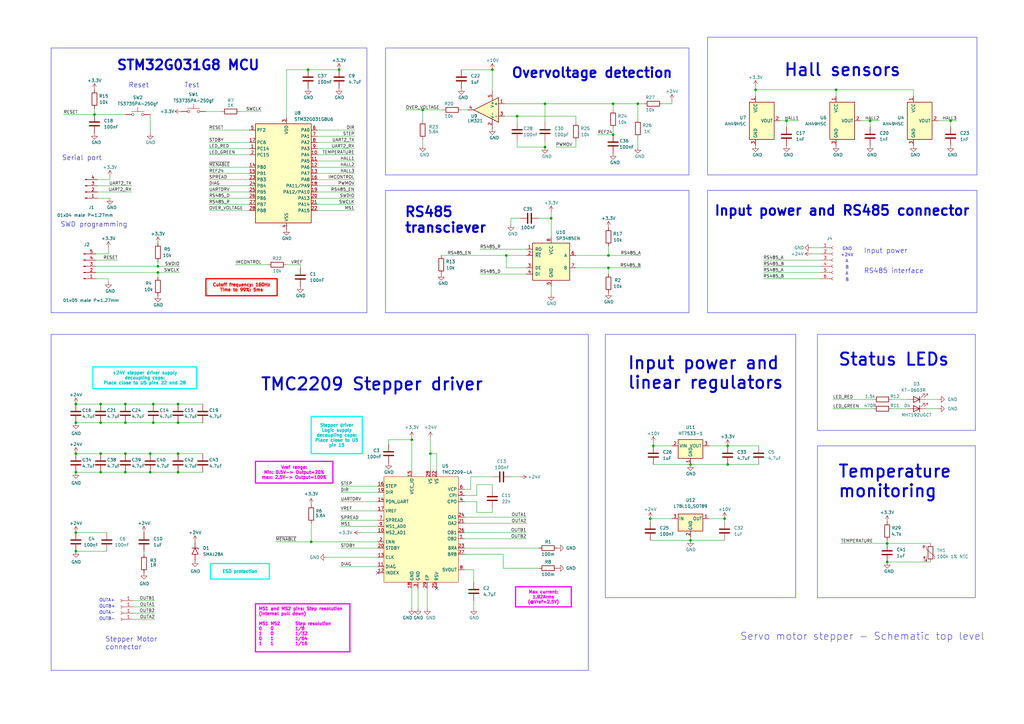
<source format=kicad_sch>
(kicad_sch (version 20230121) (generator eeschema)
  (paper "A3")
  (title_block (title "Servo motor stepper M4 - Schematic top level") (date "2024-04-05") (rev "V2"))
  (junction (at 31.115 186.055))
  (junction (at 38.735 46.99))
  (junction (at 51.435 165.735))
  (junction (at 73.025 186.055))
  (junction (at 389.89 49.53))
  (junction (at 283.21 221.615))
  (junction (at 31.115 193.675))
  (junction (at 298.45 182.88))
  (junction (at 207.645 104.775))
  (junction (at 64.77 111.76))
  (junction (at 173.355 45.085))
  (junction (at 126.365 28.575))
  (junction (at 64.77 109.22))
  (junction (at 251.46 42.545))
  (junction (at 249.555 109.855))
  (junction (at 73.025 173.355))
  (junction (at 168.91 180.34))
  (junction (at 31.115 226.06))
  (junction (at 223.52 60.325))
  (junction (at 139.065 28.575))
  (junction (at 201.93 28.575))
  (junction (at 363.855 230.505))
  (junction (at 61.595 193.675))
  (junction (at 51.435 173.355))
  (junction (at 266.7 212.725))
  (junction (at 61.595 186.055))
  (junction (at 31.115 165.735))
  (junction (at 223.52 42.545))
  (junction (at 62.865 173.355))
  (junction (at 309.88 36.83))
  (junction (at 212.09 47.625))
  (junction (at 51.435 193.675))
  (junction (at 298.45 190.5))
  (junction (at 322.58 49.53))
  (junction (at 31.115 218.44))
  (junction (at 261.62 42.545))
  (junction (at 41.275 173.355))
  (junction (at 363.855 222.885))
  (junction (at 62.865 165.735))
  (junction (at 342.9 36.83))
  (junction (at 297.18 212.725))
  (junction (at 251.46 55.245))
  (junction (at 226.06 89.535))
  (junction (at 283.21 190.5))
  (junction (at 176.53 186.055))
  (junction (at 31.115 173.355))
  (junction (at 249.555 104.775))
  (junction (at 73.025 193.675))
  (junction (at 41.275 165.735))
  (junction (at 127.635 222.25))
  (junction (at 73.025 165.735))
  (junction (at 51.435 186.055))
  (junction (at 267.97 182.88))
  (junction (at 41.275 193.675))
  (junction (at 356.87 49.53))
  (junction (at 41.275 186.055))
  (no_connect (at 154.94 234.95))
  (no_connect (at 179.07 241.3))
  (wire (pts (xy 320.04 49.53) (xy 322.58 49.53)))
  (wire (pts (xy 275.59 42.545) (xy 271.78 42.545)))
  (wire (pts (xy 139.7 209.55) (xy 154.94 209.55)))
  (wire (pts (xy 180.975 104.775) (xy 207.645 104.775)))
  (wire (pts (xy 212.09 47.625) (xy 236.22 47.625)))
  (wire (pts (xy 166.37 45.085) (xy 173.355 45.085)))
  (wire (pts (xy 379.73 163.83) (xy 384.81 163.83)))
  (wire (pts (xy 39.37 109.22) (xy 64.77 109.22)))
  (wire (pts (xy 139.7 205.74) (xy 154.94 205.74)))
  (wire (pts (xy 227.965 60.325) (xy 236.22 60.325)))
  (wire (pts (xy 51.435 173.355) (xy 62.865 173.355)))
  (wire (pts (xy 332.74 104.14) (xy 336.55 104.14)))
  (wire (pts (xy 145.415 71.12) (xy 130.175 71.12)))
  (wire (pts (xy 145.415 78.74) (xy 130.175 78.74)))
  (wire (pts (xy 356.87 49.53) (xy 360.68 49.53)))
  (wire (pts (xy 59.055 226.06) (xy 59.055 227.33)))
  (wire (pts (xy 145.415 63.5) (xy 130.175 63.5)))
  (wire (pts (xy 31.115 173.355) (xy 41.275 173.355)))
  (wire (pts (xy 85.725 81.28) (xy 102.235 81.28)))
  (wire (pts (xy 209.55 89.535) (xy 209.55 92.075)))
  (wire (pts (xy 190.5 214.63) (xy 215.9 214.63)))
  (wire (pts (xy 159.385 182.245) (xy 159.385 180.34)))
  (wire (pts (xy 38.735 46.99) (xy 51.435 46.99)))
  (wire (pts (xy 223.52 60.325) (xy 223.52 57.785)))
  (wire (pts (xy 145.415 53.34) (xy 130.175 53.34)))
  (wire (pts (xy 173.355 45.085) (xy 173.355 49.53)))
  (wire (pts (xy 145.415 76.2) (xy 130.175 76.2)))
  (wire (pts (xy 332.74 101.6) (xy 336.55 101.6)))
  (wire (pts (xy 51.435 193.675) (xy 61.595 193.675)))
  (wire (pts (xy 40.005 78.74) (xy 53.975 78.74)))
  (wire (pts (xy 249.555 100.965) (xy 249.555 104.775)))
  (wire (pts (xy 249.555 104.775) (xy 262.89 104.775)))
  (wire (pts (xy 195.58 210.185) (xy 201.93 210.185)))
  (wire (pts (xy 139.7 213.36) (xy 154.94 213.36)))
  (wire (pts (xy 173.355 45.085) (xy 181.61 45.085)))
  (wire (pts (xy 249.555 109.855) (xy 249.555 112.395)))
  (wire (pts (xy 62.865 165.735) (xy 73.025 165.735)))
  (wire (pts (xy 130.175 58.42) (xy 145.415 58.42)))
  (wire (pts (xy 39.37 104.14) (xy 44.45 104.14)))
  (wire (pts (xy 194.31 249.555) (xy 194.31 246.38)))
  (wire (pts (xy 266.7 212.725) (xy 266.7 213.995)))
  (wire (pts (xy 130.175 60.96) (xy 145.415 60.96)))
  (wire (pts (xy 145.415 68.58) (xy 130.175 68.58)))
  (wire (pts (xy 85.725 76.2) (xy 102.235 76.2)))
  (wire (pts (xy 374.65 39.37) (xy 374.65 36.83)))
  (wire (pts (xy 236.22 109.855) (xy 249.555 109.855)))
  (wire (pts (xy 31.115 165.735) (xy 41.275 165.735)))
  (wire (pts (xy 389.89 49.53) (xy 389.89 52.07)))
  (wire (pts (xy 145.415 55.88) (xy 130.175 55.88)))
  (wire (pts (xy 145.415 73.66) (xy 130.175 73.66)))
  (wire (pts (xy 41.275 165.735) (xy 51.435 165.735)))
  (wire (pts (xy 353.06 49.53) (xy 356.87 49.53)))
  (wire (pts (xy 212.09 47.625) (xy 212.09 50.165)))
  (wire (pts (xy 85.725 58.42) (xy 102.235 58.42)))
  (wire (pts (xy 41.275 186.055) (xy 51.435 186.055)))
  (wire (pts (xy 190.5 220.98) (xy 215.9 220.98)))
  (wire (pts (xy 159.385 180.34) (xy 168.91 180.34)))
  (wire (pts (xy 139.7 199.39) (xy 154.94 199.39)))
  (wire (pts (xy 261.62 56.515) (xy 261.62 60.325)))
  (wire (pts (xy 207.645 104.775) (xy 215.9 104.775)))
  (wire (pts (xy 61.595 193.675) (xy 73.025 193.675)))
  (wire (pts (xy 365.76 163.83) (xy 372.11 163.83)))
  (wire (pts (xy 283.21 221.615) (xy 297.18 221.615)))
  (wire (pts (xy 363.855 222.885) (xy 381.635 222.885)))
  (wire (pts (xy 41.275 193.675) (xy 51.435 193.675)))
  (wire (pts (xy 261.62 42.545) (xy 261.62 48.895)))
  (wire (pts (xy 379.73 167.64) (xy 384.81 167.64)))
  (wire (pts (xy 193.04 195.58) (xy 201.93 195.58)))
  (wire (pts (xy 190.5 203.2) (xy 195.58 203.2)))
  (wire (pts (xy 313.055 109.22) (xy 336.55 109.22)))
  (wire (pts (xy 313.055 106.68) (xy 336.55 106.68)))
  (wire (pts (xy 196.85 102.235) (xy 215.9 102.235)))
  (wire (pts (xy 31.115 186.055) (xy 41.275 186.055)))
  (wire (pts (xy 212.09 57.785) (xy 212.09 60.325)))
  (wire (pts (xy 107.315 45.72) (xy 98.425 45.72)))
  (wire (pts (xy 123.19 108.585) (xy 123.19 109.855)))
  (wire (pts (xy 226.06 89.535) (xy 226.06 97.155)))
  (wire (pts (xy 139.7 201.93) (xy 154.94 201.93)))
  (wire (pts (xy 298.45 190.5) (xy 311.15 190.5)))
  (wire (pts (xy 63.5 254) (xy 54.61 254)))
  (wire (pts (xy 40.005 73.66) (xy 45.085 73.66)))
  (wire (pts (xy 190.5 212.09) (xy 215.9 212.09)))
  (wire (pts (xy 117.475 108.585) (xy 123.19 108.585)))
  (wire (pts (xy 61.595 186.055) (xy 73.025 186.055)))
  (wire (pts (xy 190.5 205.74) (xy 195.58 205.74)))
  (wire (pts (xy 145.415 81.28) (xy 130.175 81.28)))
  (wire (pts (xy 363.855 230.505) (xy 381.635 230.505)))
  (wire (pts (xy 40.005 81.28) (xy 45.085 81.28)))
  (wire (pts (xy 267.97 181.61) (xy 267.97 182.88)))
  (wire (pts (xy 207.645 109.855) (xy 215.9 109.855)))
  (wire (pts (xy 85.725 73.66) (xy 102.235 73.66)))
  (wire (pts (xy 226.06 86.995) (xy 226.06 89.535)))
  (wire (pts (xy 145.415 66.04) (xy 130.175 66.04)))
  (wire (pts (xy 51.435 165.735) (xy 62.865 165.735)))
  (wire (pts (xy 64.77 107.315) (xy 64.77 109.22)))
  (wire (pts (xy 207.01 42.545) (xy 223.52 42.545)))
  (wire (pts (xy 194.31 233.68) (xy 194.31 238.76)))
  (wire (pts (xy 193.04 200.66) (xy 193.04 195.58)))
  (wire (pts (xy 38.735 44.45) (xy 38.735 46.99)))
  (wire (pts (xy 275.59 212.725) (xy 266.7 212.725)))
  (wire (pts (xy 389.89 49.53) (xy 392.43 49.53)))
  (wire (pts (xy 190.5 224.79) (xy 220.98 224.79)))
  (wire (pts (xy 267.97 182.88) (xy 275.59 182.88)))
  (wire (pts (xy 220.98 233.045) (xy 206.375 233.045)))
  (wire (pts (xy 363.855 221.615) (xy 363.855 222.885)))
  (wire (pts (xy 223.52 50.165) (xy 223.52 42.545)))
  (wire (pts (xy 173.355 57.15) (xy 173.355 59.69)))
  (wire (pts (xy 44.45 114.3) (xy 44.45 115.57)))
  (wire (pts (xy 64.77 111.76) (xy 73.66 111.76)))
  (wire (pts (xy 73.025 165.735) (xy 83.185 165.735)))
  (wire (pts (xy 190.5 200.66) (xy 193.04 200.66)))
  (wire (pts (xy 85.725 78.74) (xy 102.235 78.74)))
  (wire (pts (xy 261.62 42.545) (xy 264.16 42.545)))
  (wire (pts (xy 176.53 179.705) (xy 176.53 186.055)))
  (wire (pts (xy 179.07 193.04) (xy 179.07 186.055)))
  (wire (pts (xy 220.98 89.535) (xy 226.06 89.535)))
  (wire (pts (xy 41.275 173.355) (xy 51.435 173.355)))
  (wire (pts (xy 175.26 241.3) (xy 175.26 249.555)))
  (wire (pts (xy 195.58 203.2) (xy 195.58 198.755)))
  (wire (pts (xy 195.58 205.74) (xy 195.58 210.185)))
  (wire (pts (xy 39.37 106.68) (xy 48.26 106.68)))
  (wire (pts (xy 207.01 47.625) (xy 212.09 47.625)))
  (wire (pts (xy 195.58 198.755) (xy 201.93 198.755)))
  (wire (pts (xy 297.18 212.725) (xy 297.18 213.995)))
  (wire (pts (xy 226.06 120.65) (xy 226.06 117.475)))
  (wire (pts (xy 85.725 63.5) (xy 102.235 63.5)))
  (wire (pts (xy 313.055 114.3) (xy 336.55 114.3)))
  (wire (pts (xy 298.45 182.88) (xy 311.15 182.88)))
  (wire (pts (xy 322.58 49.53) (xy 322.58 52.07)))
  (wire (pts (xy 139.7 224.79) (xy 154.94 224.79)))
  (wire (pts (xy 61.595 46.99) (xy 61.595 54.61)))
  (wire (pts (xy 85.725 68.58) (xy 102.235 68.58)))
  (wire (pts (xy 39.37 111.76) (xy 64.77 111.76)))
  (wire (pts (xy 139.7 232.41) (xy 154.94 232.41)))
  (wire (pts (xy 96.52 108.585) (xy 109.855 108.585)))
  (wire (pts (xy 85.725 86.36) (xy 102.235 86.36)))
  (wire (pts (xy 283.21 190.5) (xy 298.45 190.5)))
  (wire (pts (xy 213.36 89.535) (xy 209.55 89.535)))
  (wire (pts (xy 26.035 46.99) (xy 38.735 46.99)))
  (wire (pts (xy 344.805 222.885) (xy 363.855 222.885)))
  (wire (pts (xy 171.45 241.3) (xy 171.45 249.555)))
  (wire (pts (xy 236.22 47.625) (xy 236.22 50.165)))
  (wire (pts (xy 127.635 222.25) (xy 127.635 214.63)))
  (wire (pts (xy 212.09 60.325) (xy 223.52 60.325)))
  (wire (pts (xy 73.025 186.055) (xy 83.185 186.055)))
  (wire (pts (xy 85.725 71.12) (xy 102.235 71.12)))
  (wire (pts (xy 64.77 113.665) (xy 64.77 111.76)))
  (wire (pts (xy 290.83 212.725) (xy 297.18 212.725)))
  (wire (pts (xy 63.5 246.38) (xy 54.61 246.38)))
  (wire (pts (xy 342.9 39.37) (xy 342.9 36.83)))
  (wire (pts (xy 31.115 218.44) (xy 43.815 218.44)))
  (wire (pts (xy 374.65 36.83) (xy 342.9 36.83)))
  (wire (pts (xy 44.45 104.14) (xy 44.45 101.6)))
  (wire (pts (xy 249.555 109.855) (xy 262.89 109.855)))
  (wire (pts (xy 117.475 48.26) (xy 117.475 28.575)))
  (wire (pts (xy 207.645 104.775) (xy 207.645 109.855)))
  (wire (pts (xy 322.58 49.53) (xy 327.66 49.53)))
  (wire (pts (xy 40.005 76.2) (xy 53.975 76.2)))
  (wire (pts (xy 64.77 109.22) (xy 73.66 109.22)))
  (wire (pts (xy 189.23 45.085) (xy 191.77 45.085)))
  (wire (pts (xy 189.23 28.575) (xy 201.93 28.575)))
  (wire (pts (xy 190.5 227.33) (xy 206.375 227.33)))
  (wire (pts (xy 201.93 198.755) (xy 201.93 200.66)))
  (wire (pts (xy 168.91 179.705) (xy 168.91 180.34)))
  (wire (pts (xy 209.55 195.58) (xy 213.36 195.58)))
  (wire (pts (xy 85.725 60.96) (xy 102.235 60.96)))
  (wire (pts (xy 126.365 28.575) (xy 139.065 28.575)))
  (wire (pts (xy 190.5 233.68) (xy 194.31 233.68)))
  (wire (pts (xy 313.055 111.76) (xy 336.55 111.76)))
  (wire (pts (xy 31.115 226.06) (xy 43.815 226.06)))
  (wire (pts (xy 84.455 45.72) (xy 90.805 45.72)))
  (wire (pts (xy 223.52 42.545) (xy 251.46 42.545)))
  (wire (pts (xy 154.94 222.25) (xy 127.635 222.25)))
  (wire (pts (xy 201.93 210.185) (xy 201.93 208.28)))
  (wire (pts (xy 309.88 35.56) (xy 309.88 36.83)))
  (wire (pts (xy 236.22 57.785) (xy 236.22 60.325)))
  (wire (pts (xy 275.59 41.275) (xy 275.59 42.545)))
  (wire (pts (xy 62.865 173.355) (xy 73.025 173.355)))
  (wire (pts (xy 176.53 186.055) (xy 176.53 193.04)))
  (wire (pts (xy 39.37 114.3) (xy 44.45 114.3)))
  (wire (pts (xy 283.21 220.345) (xy 283.21 221.615)))
  (wire (pts (xy 341.63 167.64) (xy 358.14 167.64)))
  (wire (pts (xy 51.435 186.055) (xy 61.595 186.055)))
  (wire (pts (xy 45.085 73.66) (xy 45.085 72.39)))
  (wire (pts (xy 251.46 42.545) (xy 261.62 42.545)))
  (wire (pts (xy 236.22 104.775) (xy 249.555 104.775)))
  (wire (pts (xy 73.025 193.675) (xy 83.185 193.675)))
  (wire (pts (xy 168.91 180.34) (xy 168.91 193.04)))
  (wire (pts (xy 290.83 182.88) (xy 298.45 182.88)))
  (wire (pts (xy 63.5 251.46) (xy 54.61 251.46)))
  (wire (pts (xy 251.46 42.545) (xy 251.46 45.085)))
  (wire (pts (xy 63.5 248.92) (xy 54.61 248.92)))
  (wire (pts (xy 201.93 28.575) (xy 201.93 37.465)))
  (wire (pts (xy 147.955 218.44) (xy 154.94 218.44)))
  (wire (pts (xy 139.7 215.9) (xy 154.94 215.9)))
  (wire (pts (xy 31.115 193.675) (xy 41.275 193.675)))
  (wire (pts (xy 266.7 221.615) (xy 283.21 221.615)))
  (wire (pts (xy 190.5 218.44) (xy 215.9 218.44)))
  (wire (pts (xy 179.07 186.055) (xy 176.53 186.055)))
  (wire (pts (xy 365.76 167.64) (xy 372.11 167.64)))
  (wire (pts (xy 206.375 233.045) (xy 206.375 227.33)))
  (wire (pts (xy 251.46 52.705) (xy 251.46 55.245)))
  (wire (pts (xy 342.9 36.83) (xy 309.88 36.83)))
  (wire (pts (xy 309.88 36.83) (xy 309.88 39.37)))
  (wire (pts (xy 384.81 49.53) (xy 389.89 49.53)))
  (wire (pts (xy 145.415 86.36) (xy 130.175 86.36)))
  (wire (pts (xy 85.725 83.82) (xy 102.235 83.82)))
  (wire (pts (xy 356.87 49.53) (xy 356.87 52.07)))
  (wire (pts (xy 133.985 228.6) (xy 154.94 228.6)))
  (wire (pts (xy 267.97 190.5) (xy 283.21 190.5)))
  (wire (pts (xy 245.11 55.245) (xy 251.46 55.245)))
  (wire (pts (xy 113.03 222.25) (xy 127.635 222.25)))
  (wire (pts (xy 85.725 53.34) (xy 102.235 53.34)))
  (wire (pts (xy 117.475 28.575) (xy 126.365 28.575)))
  (wire (pts (xy 168.91 241.3) (xy 168.91 249.555)))
  (wire (pts (xy 341.63 163.83) (xy 358.14 163.83)))
  (wire (pts (xy 73.025 173.355) (xy 83.185 173.355)))
  (wire (pts (xy 196.85 112.395) (xy 215.9 112.395)))
  (wire (pts (xy 145.415 83.82) (xy 130.175 83.82)))
  (rectangle (start 248.285 137.16) (end 326.39 245.11))
  (rectangle (start 335.28 137.16) (end 400.05 176.53))
  (rectangle (start 20.955 137.16) (end 241.3 274.955))
  (rectangle (start 158.115 19.685) (end 282.575 71.755))
  (rectangle (start 290.195 15.24) (end 400.685 71.755))
  (rectangle (start 20.955 19.685) (end 150.495 128.27))
  (rectangle (start 158.115 78.105) (end 282.575 128.27))
  (rectangle (start 335.28 182.88) (end 400.05 245.11))
  (rectangle (start 290.195 78.105) (end 400.685 128.27))
  (text_box "Cutoff frequency: 160Hz\nTime to 99%: 5ms \n" (at 84.455 114.3 0) (size 29.21 6.985) (stroke (width 0.5) (color 255 0 0 1)) (effects (font (size 1.27 1.27) (thickness 0.4) bold)))
  (text_box "ESD protection" (at 86.36 231.14 0) (size 24.13 6.35) (stroke (width 0.5) (color 0 255 255 1)) (effects (font (size 1.27 1.27) (thickness 0.4) bold)))
  (text_box "Stepper driver Logic supply \ndecoupling caps:\nPlace close to ${e992a181-7c74-45ab-aa5d-70a9a920a271:REFERENCE} pin 15" (at 127.635 170.815 0) (size 20.955 15.24) (stroke (width 0.5) (color 0 255 255 1)) (effects (font (size 1.27 1.27) (thickness 0.4) bold)))
  (text_box "Vref range:\nMin: 0.5V-> Output=20%\nmax: 2.5V-> Output=100%" (at 104.775 189.23 0) (size 31.75 8.89) (stroke (width 0.5) (color 255 0 255 1)) (effects (font (size 1.27 1.27) (thickness 0.4) bold)))
  (text_box "+24V stepper driver supply \ndecoupling caps:\nPlace close to ${e992a181-7c74-45ab-aa5d-70a9a920a271:REFERENCE} pins 22 and 28" (at 38.1 150.495 0) (size 42.545 8.89) (stroke (width 0.5) (color 0 255 255 1)) (effects (font (size 1.27 1.27) (thickness 0.4) bold)))
  (text_box "MS1 and MS2 pins: Step resolution\n(internal pull down)\n\nMS1	MS2		Step resolution\n0	0		1/8\n1	0		1/32\n0	1		1/64\n1	1		1/16\n" (at 104.775 247.65 0) (size 38.735 19.685) (stroke (width 0.5) (color 255 0 255 1)) (effects (font (size 1.27 1.27) (thickness 0.4) bold) (justify left top)))
  (text_box "Max current: 1.92Arms (@Vref=2.5V)\n" (at 211.455 240.665 0) (size 22.86 8.255) (stroke (width 0.5) (color 255 0 255 1)) (effects (font (size 1.27 1.27) (thickness 0.4) bold)))
  (text "Reset" (at 52.705 36.195 0) (effects (font (size 2 2)) (justify left bottom)))
  (text "Test" (at 75.565 36.195 0) (effects (font (size 2 2)) (justify left bottom)))
  (text "B" (at 346.71 115.57 0) (effects (font (size 1.27 1.27)) (justify left bottom)))
  (text "+24V" (at 344.805 105.41 0) (effects (font (size 1.27 1.27)) (justify left bottom)))
  (text "SWD programming" (at 24.765 93.345 0) (effects (font (size 2 2)) (justify left bottom)))
  (text "Serial port" (at 25.4 66.04 0) (effects (font (size 2 2)) (justify left bottom)))
  (text "GND" (at 345.44 102.87 0) (effects (font (size 1.27 1.27)) (justify left bottom)))
  (text "RS485\ntransciever" (at 165.735 95.885 0) (effects (font (size 4 4) (thickness 0.8) bold) (justify left bottom)))
  (text "Input power" (at 354.33 104.14 0) (effects (font (size 2 2)) (justify left bottom)))
  (text "B" (at 346.71 110.49 0) (effects (font (size 1.27 1.27)) (justify left bottom)))
  (text "OUTA+" (at 40.64 247.015 0) (effects (font (size 1.27 1.27)) (justify left bottom)))
  (text "Status LEDs" (at 343.535 150.495 0) (effects (font (size 5 5) (thickness 0.8) bold) (justify left bottom)))
  (text "Overvoltage detection" (at 209.55 32.385 0) (effects (font (size 4 4) (thickness 0.8) bold) (justify left bottom)))
  (text "Input power and\nlinear regulators" (at 257.175 160.02 0) (effects (font (size 5 5) (thickness 0.8) bold) (justify left bottom)))
  (text "A" (at 346.71 107.95 0) (effects (font (size 1.27 1.27)) (justify left bottom)))
  (text "Input power and RS485 connector" (at 292.735 88.9 0) (effects (font (size 4 4) (thickness 0.8) bold) (justify left bottom)))
  (text "A" (at 346.71 113.03 0) (effects (font (size 1.27 1.27)) (justify left bottom)))
  (text "RS485 interface" (at 354.33 112.395 0) (effects (font (size 2 2)) (justify left bottom)))
  (text "Temperature\nmonitoring" (at 343.535 204.47 0) (effects (font (size 5 5) (thickness 0.8) bold) (justify left bottom)))
  (text "OUTA-" (at 40.64 252.095 0) (effects (font (size 1.27 1.27)) (justify left bottom)))
  (text "Servo motor stepper - Schematic top level" (at 303.53 262.89 0) (effects (font (size 3 3)) (justify left bottom)))
  (text "STM32G031G8 MCU" (at 47.625 29.21 0) (effects (font (size 4 4) (thickness 0.8) bold) (justify left bottom)))
  (text "OUTB+" (at 40.64 249.555 0) (effects (font (size 1.27 1.27)) (justify left bottom)))
  (text "OUTB-" (at 40.64 254.635 0) (effects (font (size 1.27 1.27)) (justify left bottom)))
  (text "TMC2209 Stepper driver" (at 106.68 160.655 0) (effects (font (size 5 5) (thickness 0.8) bold) (justify left bottom)))
  (text "Hall sensors" (at 321.31 31.75 0) (effects (font (size 5 5) (thickness 0.8) bold) (justify left bottom)))
  (text "Stepper Motor\nconnector" (at 43.18 266.7 0) (effects (font (size 2 2)) (justify left bottom)))
  (label "DIR" (at 139.7 201.93 0))
  (label "RESET" (at 48.26 106.68 180))
  (label "OUTA1" (at 215.9 212.09 180))
  (label "RS485_EN" (at 145.415 78.74 180))
  (label "~{MENABLE}" (at 85.725 68.58 0))
  (label "SWCLK" (at 73.66 111.76 180))
  (label "UARTDRV" (at 85.725 78.74 0))
  (label "SPREAD" (at 139.7 213.36 0))
  (label "OVER_VOLTAGE" (at 85.725 86.36 0))
  (label "HALL2" (at 360.68 49.53 180))
  (label "OUTB1" (at 215.9 218.44 180))
  (label "OUTA2" (at 63.5 254 180))
  (label "REF24" (at 245.11 55.245 0))
  (label "RS485_R" (at 196.85 102.235 0))
  (label "RS485_EN" (at 183.515 104.775 0))
  (label "DIR" (at 145.415 53.34 180))
  (label "MS1" (at 139.7 215.9 0))
  (label "OUTB2" (at 215.9 220.98 180))
  (label "UARTDRV" (at 139.7 205.74 0))
  (label "LED_GREEN" (at 85.725 63.5 0))
  (label "DIAG" (at 139.7 232.41 0))
  (label "~{MENABLE}" (at 113.03 222.25 0))
  (label "RS485_B" (at 313.055 109.22 0))
  (label "SWCLK" (at 145.415 83.82 180))
  (label "STEP" (at 139.7 199.39 0))
  (label "RS485_A" (at 313.055 106.68 0))
  (label "PWMOV" (at 227.965 60.325 0))
  (label "UART2_RX" (at 53.975 78.74 180))
  (label "RESET" (at 26.035 46.99 0))
  (label "PWMOV" (at 145.415 76.2 180))
  (label "RS485_A" (at 313.055 111.76 0))
  (label "RS485_A" (at 262.89 104.775 180))
  (label "HALL2" (at 145.415 68.58 180))
  (label "LED_RED" (at 85.725 60.96 0))
  (label "OVER_VOLTAGE" (at 166.37 45.085 0))
  (label "VREF" (at 119.38 108.585 0))
  (label "RS485_B" (at 313.055 114.3 0))
  (label "RS485_D" (at 196.85 112.395 0))
  (label "HALL3" (at 145.415 71.12 180))
  (label "STDBY" (at 85.725 58.42 0))
  (label "LED_RED" (at 341.63 163.83 0))
  (label "LED_GREEN" (at 341.63 167.64 0))
  (label "SWCLK" (at 107.315 45.72 180))
  (label "REF24" (at 85.725 71.12 0))
  (label "IMCONTROL" (at 145.415 73.66 180))
  (label "RS485_R" (at 85.725 83.82 0))
  (label "RESET" (at 85.725 53.34 0))
  (label "MS1" (at 145.415 86.36 180))
  (label "SWDIO" (at 73.66 109.22 180))
  (label "UART2_TX" (at 53.975 76.2 180))
  (label "UART2_RX" (at 145.415 60.96 180))
  (label "OUTB2" (at 63.5 251.46 180))
  (label "HALL1" (at 145.415 66.04 180))
  (label "TEMPERATURE" (at 344.805 222.885 0))
  (label "SPREAD" (at 85.725 73.66 0))
  (label "VREF" (at 139.7 209.55 0))
  (label "OUTA1" (at 63.5 248.92 180))
  (label "RS485_B" (at 262.89 109.855 180))
  (label "HALL3" (at 392.43 49.53 180))
  (label "TEMPERATURE" (at 145.415 63.5 180))
  (label "STDBY" (at 139.7 224.79 0))
  (label "IMCONTROL" (at 96.52 108.585 0))
  (label "SWDIO" (at 145.415 81.28 180))
  (label "OUTB1" (at 63.5 246.38 180))
  (label "HALL1" (at 327.66 49.53 180))
  (label "STEP" (at 145.415 55.88 180))
  (label "DIAG" (at 85.725 76.2 0))
  (label "UART2_TX" (at 145.415 58.42 180))
  (label "OUTA2" (at 215.9 214.63 180))
  (label "RS485_D" (at 85.725 81.28 0))
  (symbol (lib_id "power:GND") (at 363.855 230.505 0) (unit 1)
    (property "Reference" "#PWR071" (effects hide))
    (property "Value" "GND" (at 362.585 234.315 0) (effects (justify left)))
  )
  (symbol (lib_id "power:+3.3V") (at 309.88 35.56 0) (unit 1)
    (property "Reference" "#PWR028" (effects hide))
    (property "Value" "+3.3V" (at 309.88 31.75 0))
  )
  (symbol (lib_id "power:+24V") (at 213.36 195.58 270) (unit 1)
    (property "Reference" "#PWR053" (effects hide))
    (property "Value" "+24V" (at 219.075 195.58 90))
  )
  (symbol (lib_id "Device:C") (at 31.115 169.545 0) (unit 1)
    (property "Reference" "C16" (at 33.655 168.275 0) (effects (justify left)))
    (property "Value" "4.7uF" (at 33.655 170.815 0) (effects (justify left)))
    (property "Footprint" "Capacitor_SMD:C_0805_2012Metric" (effects hide))
    (property "LCSC" "C1779" (effects hide))
  )
  (symbol (lib_id "power:GND") (at 31.115 226.06 0) (unit 1)
    (property "Reference" "#PWR01" (effects hide))
    (property "Value" "GND" (at 29.21 230.505 0) (effects (justify left)))
  )
  (symbol (lib_id "power:+3.3V") (at 226.06 86.995 0) (unit 1)
    (property "Reference" "#PWR033" (effects hide))
    (property "Value" "+3.3V" (at 226.06 83.185 0))
  )
  (symbol (lib_id "power:GND") (at 356.87 59.69 0) (unit 1)
    (property "Reference" "#PWR0105" (effects hide))
    (property "Value" "GND" (at 355.6 63.5 0) (effects (justify left)))
  )
  (symbol (lib_id "Device:C") (at 38.735 50.8 0) (unit 1)
    (property "Reference" "C18" (at 42.545 49.5299 0) (effects (justify left)))
    (property "Value" "100nF" (at 42.545 52.0699 0) (effects (justify left)))
    (property "Footprint" "Capacitor_SMD:C_0603_1608Metric" (effects hide))
    (property "LCSC" "C14663" (effects hide))
  )
  (symbol (lib_id "Diode:SMAJ28A") (at 80.01 226.06 270) (unit 1)
    (property "Reference" "D1" (at 83.185 224.79 90) (effects (justify left)))
    (property "Value" "SMAJ28A" (at 83.185 227.33 90) (effects (justify left)))
    (property "Footprint" "Diode_SMD:D_SMA" (effects hide))
    (property "LCSC" "C908775" (effects hide))
  )
  (symbol (lib_id "power:+3.3V") (at 139.065 28.575 0) (unit 1)
    (property "Reference" "#PWR07" (effects hide))
    (property "Value" "+3.3V" (at 139.065 24.765 0))
  )
  (symbol (lib_id "power:+3.3V") (at 298.45 182.88 0) (unit 1)
    (property "Reference" "#PWR060" (effects hide))
    (property "Value" "+3.3V" (at 298.45 179.07 0))
  )
  (symbol (lib_id "Sensor_Magnetic:A1101ELHL") (at 312.42 49.53 0) (unit 1)
    (property "Reference" "U7" (at 306.07 48.2599 0) (effects (justify right)))
    (property "Value" "AH49HSC" (at 306.07 50.7999 0) (effects (justify right)))
    (property "Footprint" "Package_TO_SOT_SMD:SOT-23" (effects hide))
    (property "Sim.Enable" "0" (effects hide))
    (property "LCSC" "C510723" (effects hide))
  )
  (symbol (lib_id "power:GND") (at 322.58 59.69 0) (unit 1)
    (property "Reference" "#PWR0110" (effects hide))
    (property "Value" "GND" (at 321.31 63.5 0) (effects (justify left)))
  )
  (symbol (lib_id "power:GND") (at 309.88 59.69 0) (unit 1)
    (property "Reference" "#PWR0108" (effects hide))
    (property "Value" "GND" (at 308.61 63.5 0) (effects (justify left)))
  )
  (symbol (lib_id "power:GND") (at 384.81 163.83 90) (unit 1)
    (property "Reference" "#PWR030" (effects hide))
    (property "Value" "GND" (at 388.62 163.8299 90) (effects (justify right)))
  )
  (symbol (lib_id "Device:R") (at 113.665 108.585 90) (unit 1)
    (property "Reference" "R22" (at 113.665 106.045 90))
    (property "Value" "10k" (at 113.665 111.125 90))
    (property "Footprint" "Resistor_SMD:R_0402_1005Metric" (effects hide))
    (property "LCSC" "C25744" (effects hide))
  )
  (symbol (lib_id "power:+3.3V") (at 147.955 218.44 90) (unit 1)
    (property "Reference" "#PWR022" (effects hide))
    (property "Value" "+3.3V" (at 141.605 218.44 90))
  )
  (symbol (lib_id "Sensor_Magnetic:A1101ELHL") (at 377.19 49.53 0) (unit 1)
    (property "Reference" "U4" (at 370.84 48.2599 0) (effects (justify right)))
    (property "Value" "AH49HSC" (at 370.84 50.7999 0) (effects (justify right)))
    (property "Footprint" "Package_TO_SOT_SMD:SOT-23" (effects hide))
    (property "Sim.Enable" "0" (effects hide))
    (property "LCSC" "C510723" (effects hide))
  )
  (symbol (lib_id "Device:R") (at 224.79 224.79 270) (unit 1)
    (property "Reference" "R1" (at 224.79 222.25 90))
    (property "Value" "100m" (at 224.79 227.33 90))
    (property "Footprint" "Resistor_SMD:R_1210_3225Metric" (effects hide))
    (property "LCSC" "C270892" (effects hide))
  )
  (symbol (lib_id "power:GND") (at 123.19 117.475 0) (unit 1)
    (property "Reference" "#PWR038" (effects hide))
    (property "Value" "GND" (at 121.285 121.285 0) (effects (justify left)))
  )
  (symbol (lib_id "Device:C") (at 201.93 204.47 0) (mirror y) (unit 1)
    (property "Reference" "C11" (at 209.55 203.2 0) (effects (justify left)))
    (property "Value" "22n" (at 209.55 205.74 0) (effects (justify left)))
    (property "Footprint" "Capacitor_SMD:C_0402_1005Metric" (effects hide))
    (property "LCSC" "C1532" (effects hide))
  )
  (symbol (lib_id "power:+3.3V") (at 38.735 36.83 0) (unit 1)
    (property "Reference" "#PWR035" (effects hide))
    (property "Value" "+3.3V" (at 38.735 33.02 0))
  )
  (symbol (lib_id "power:GND") (at 249.555 120.015 0) (unit 1)
    (property "Reference" "#PWR018" (effects hide))
    (property "Value" "GND" (at 247.65 123.825 0) (effects (justify left)))
  )
  (symbol (lib_id "power:GND") (at 283.21 221.615 0) (unit 1)
    (property "Reference" "#PWR055" (effects hide))
    (property "Value" "GND" (at 281.305 225.425 0) (effects (justify left)))
  )
  (symbol (lib_id "power:GND") (at 64.77 121.285 0) (unit 1)
    (property "Reference" "#PWR09" (effects hide))
    (property "Value" "GND" (at 62.865 125.095 0) (effects (justify left)))
  )
  (symbol (lib_id "power:GND") (at 223.52 60.325 0) (unit 1)
    (property "Reference" "#PWR058" (effects hide))
    (property "Value" "GND" (at 222.25 64.135 0) (effects (justify left)))
  )
  (symbol (lib_id "power:+3.3V") (at 168.91 179.705 0) (unit 1)
    (property "Reference" "#PWR016" (effects hide))
    (property "Value" "+3.3V" (at 168.91 175.26 0))
  )
  (symbol (lib_id "power:GND") (at 228.6 224.79 90) (unit 1)
    (property "Reference" "#PWR037" (effects hide))
    (property "Value" "GND" (at 236.22 224.79 90) (effects (justify left)))
  )
  (symbol (lib_id "power:+24V") (at 31.115 165.735 0) (unit 1)
    (property "Reference" "#PWR042" (effects hide))
    (property "Value" "+24V" (at 31.115 161.925 0))
  )
  (symbol (lib_id "Device:C") (at 31.115 189.865 0) (unit 1)
    (property "Reference" "C34" (at 33.655 188.595 0) (effects (justify left)))
    (property "Value" "4.7uF" (at 33.655 191.135 0) (effects (justify left)))
    (property "Footprint" "Capacitor_SMD:C_0805_2012Metric" (effects hide))
    (property "LCSC" "C1779" (effects hide))
  )
  (symbol (lib_id "power:GND") (at 189.23 36.195 0) (unit 1)
    (property "Reference" "#PWR044" (effects hide))
    (property "Value" "GND" (at 187.96 40.005 0) (effects (justify left)))
  )
  (symbol (lib_id "Device:R") (at 249.555 116.205 180) (unit 1)
    (property "Reference" "R2" (at 253.365 114.935 0))
    (property "Value" "10k" (at 253.365 117.475 0))
    (property "Footprint" "Resistor_SMD:R_0402_1005Metric" (effects hide))
    (property "LCSC" "C25744" (effects hide))
  )
  (symbol (lib_id "power:+24V") (at 266.7 212.725 0) (unit 1)
    (property "Reference" "#PWR047" (effects hide))
    (property "Value" "+24V" (at 266.7 208.915 0))
  )
  (symbol (lib_name "L78L10_SOT89_1") (lib_id "Regulator_Linear:L78L10_SOT89") (at 283.21 212.725 0) (unit 1)
    (property "Reference" "U12" (at 283.21 205.105 0))
    (property "Value" "L78L10_SOT89" (at 283.21 207.645 0))
    (property "Footprint" "Package_TO_SOT_SMD:SOT-89-3" (effects hide))
    (property "Datasheet" "http://www.st.com/content/ccc/resource/technical/document/datasheet/15/55/e5/aa/23/5b/43/fd/CD00000446.pdf/files/CD00000446.pdf/jcr:content/translations/en.CD00000446.pdf" (effects hide))
    (property "LCSC" "C122848" (effects hide))
    (property "Sim.Enable" "0" (effects hide))
  )
  (symbol (lib_id "Device:LED") (at 375.92 167.64 180) (unit 1)
    (property "Reference" "D4" (at 372.11 166.37 0))
    (property "Value" "MHT192UGCT" (at 375.92 170.18 0))
    (property "Footprint" "LED_SMD:LED_0603_1608Metric" (effects hide))
    (property "Sim.Enable" "0" (effects hide))
    (property "LCSC" "C389519" (effects hide))
  )
  (symbol (lib_id "power:GND") (at 133.985 228.6 270) (unit 1)
    (property "Reference" "#PWR08" (effects hide))
    (property "Value" "GND" (at 127 228.6 90) (effects (justify left)))
  )
  (symbol (lib_id "power:GND") (at 44.45 115.57 0) (unit 1)
    (property "Reference" "#PWR05" (effects hide))
    (property "Value" "GND" (at 43.18 119.38 0) (effects (justify left)))
  )
  (symbol (lib_id "Device:C") (at 189.23 32.385 0) (unit 1)
    (property "Reference" "C22" (at 193.04 31.1149 0) (effects (justify left)))
    (property "Value" "1uF" (at 193.04 33.6549 0) (effects (justify left)))
    (property "Footprint" "Capacitor_SMD:C_0603_1608Metric" (effects hide))
    (property "LCSC" "C15849" (effects hide))
  )
  (symbol (lib_id "power:GND") (at 173.355 59.69 0) (unit 1)
    (property "Reference" "#PWR049" (effects hide))
    (property "Value" "GND" (at 172.085 63.5 0) (effects (justify left)))
  )
  (symbol (lib_id "power:GND") (at 117.475 93.98 0) (unit 1)
    (property "Reference" "#PWR029" (effects hide))
    (property "Value" "GND" (at 115.57 97.79 0) (effects (justify left)))
  )
  (symbol (lib_id "Device:R") (at 173.355 53.34 180) (unit 1)
    (property "Reference" "R23" (at 177.8 52.07 0))
    (property "Value" "5.6k" (at 177.8 53.975 0))
    (property "Footprint" "Resistor_SMD:R_0402_1005Metric" (effects hide))
    (property "LCSC" "C25908" (effects hide))
  )
  (symbol (lib_id "power:GND") (at 139.065 36.195 0) (unit 1)
    (property "Reference" "#PWR021" (effects hide))
    (property "Value" "GND" (at 137.16 40.005 0) (effects (justify left)))
  )
  (symbol (lib_id "Device:C") (at 59.055 222.25 0) (unit 1)
    (property "Reference" "C10" (at 62.865 220.9799 0) (effects (justify left)))
    (property "Value" "1uF" (at 62.865 223.5199 0) (effects (justify left)))
    (property "Footprint" "Capacitor_SMD:C_0603_1608Metric" (effects hide))
    (property "LCSC" "C15849" (effects hide))
  )
  (symbol (lib_id "Regulator_Linear:HT75xx-1-SOT89") (at 283.21 185.42 0) (unit 1)
    (property "Reference" "U11" (at 283.21 175.26 0))
    (property "Value" "HT7533-1" (at 283.21 177.8 0))
    (property "Footprint" "Package_TO_SOT_SMD:SOT-89-3" (effects hide))
    (property "Sim.Enable" "0" (effects hide))
    (property "LCSC" "C14289" (effects hide))
  )
  (symbol (lib_id "Device:C") (at 205.74 195.58 90) (unit 1)
    (property "Reference" "C13" (at 207.645 189.23 90) (effects (justify left)))
    (property "Value" "100nF" (at 208.915 191.77 90) (effects (justify left)))
    (property "Footprint" "Capacitor_SMD:C_0603_1608Metric" (effects hide))
    (property "LCSC" "C14663" (effects hide))
  )
  (symbol (lib_id "Device:C") (at 311.15 186.69 0) (unit 1)
    (property "Reference" "C5" (at 314.96 185.4199 0) (effects (justify left)))
    (property "Value" "4.7uF" (at 314.96 187.9599 0) (effects (justify left)))
    (property "Footprint" "Capacitor_SMD:C_0805_2012Metric" (effects hide))
    (property "LCSC" "C1779" (effects hide))
  )
  (symbol (lib_id "Device:R") (at 361.95 167.64 90) (unit 1)
    (property "Reference" "R11" (at 367.03 166.37 90))
    (property "Value" "470R" (at 356.87 166.37 90))
    (property "Footprint" "Resistor_SMD:R_0402_1005Metric" (effects hide))
    (property "LCSC" "C25117" (effects hide))
  )
  (symbol (lib_id "power:GND") (at 38.735 54.61 0) (unit 1)
    (property "Reference" "#PWR036" (effects hide))
    (property "Value" "GND" (at 37.465 58.42 0) (effects (justify left)))
  )
  (symbol (lib_id "power:GND") (at 61.595 54.61 0) (unit 1)
    (property "Reference" "#PWR039" (effects hide))
    (property "Value" "GND" (at 59.69 58.42 0) (effects (justify left)))
  )
  (symbol (lib_id "power:+24V") (at 80.01 222.25 0) (unit 1)
    (property "Reference" "#PWR017" (effects hide))
    (property "Value" "+24V" (at 80.01 218.44 0))
  )
  (symbol (lib_id "power:GND") (at 126.365 36.195 0) (unit 1)
    (property "Reference" "#PWR027" (effects hide))
    (property "Value" "GND" (at 124.46 40.005 0) (effects (justify left)))
  )
  (symbol (lib_id "Connector:Conn_01x01_Socket") (at 49.53 246.38 180) (unit 1) (in_bom no)
    (property "Reference" "J8" (effects hide))
    (property "Value" "Conn_01x01_Socket" (effects hide))
    (property "Footprint" "servo_motor:Pad_3mm_TopOnly" (effects hide))
  )
  (symbol (lib_id "Device:C") (at 159.385 186.055 0) (unit 1)
    (property "Reference" "C3" (at 153.035 184.785 0) (effects (justify left)))
    (property "Value" "100nF" (at 150.495 187.325 0) (effects (justify left)))
    (property "Footprint" "Capacitor_SMD:C_0603_1608Metric" (effects hide))
    (property "LCSC" "C14663" (effects hide))
  )
  (symbol (lib_id "Device:C") (at 251.46 59.055 0) (unit 1)
    (property "Reference" "C36" (at 254 57.785 0) (effects (justify left)))
    (property "Value" "100nF" (at 254 60.325 0) (effects (justify left)))
    (property "Footprint" "Capacitor_SMD:C_0603_1608Metric" (effects hide))
    (property "LCSC" "C14663" (effects hide))
  )
  (symbol (lib_id "Device:R") (at 127.635 210.82 180) (unit 1)
    (property "Reference" "R6" (at 130.81 209.55 0))
    (property "Value" "5.6k" (at 131.445 211.455 0))
    (property "Footprint" "Resistor_SMD:R_0402_1005Metric" (effects hide))
    (property "LCSC" "C25908" (effects hide))
  )
  (symbol (lib_id "power:GND") (at 171.45 249.555 0) (unit 1)
    (property "Reference" "#PWR012" (effects hide))
    (property "Value" "GND" (at 169.545 253.365 0) (effects (justify left)))
  )
  (symbol (lib_id "Device:C") (at 217.17 89.535 90) (unit 1)
    (property "Reference" "C35" (at 218.44 85.725 90) (effects (justify left)))
    (property "Value" "100nF" (at 219.71 93.345 90) (effects (justify left)))
    (property "Footprint" "Capacitor_SMD:C_0603_1608Metric" (effects hide))
    (property "LCSC" "C14663" (effects hide))
  )
  (symbol (lib_id "power:+10V") (at 201.93 28.575 0) (unit 1)
    (property "Reference" "#PWR050" (effects hide))
    (property "Value" "+10V" (at 201.93 24.765 0))
  )
  (symbol (lib_id "power:GND") (at 389.89 59.69 0) (unit 1)
    (property "Reference" "#PWR0106" (effects hide))
    (property "Value" "GND" (at 388.62 63.5 0) (effects (justify left)))
  )
  (symbol (lib_id "Device:R") (at 361.95 163.83 90) (unit 1)
    (property "Reference" "R12" (at 367.03 162.56 90))
    (property "Value" "1.5k" (at 356.87 162.56 90))
    (property "Footprint" "Resistor_SMD:R_0402_1005Metric" (effects hide))
    (property "LCSC" "C25867" (effects hide))
  )
  (symbol (lib_id "Connector:Conn_01x04_Pin") (at 34.925 78.74 0) (mirror x) (unit 1) (in_bom no)
    (property "Reference" "J1" (at 37.465 85.09 0))
    (property "Value" "01x04 male P=1.27mm" (at 34.925 88.265 0))
    (property "Footprint" "Connector_PinHeader_1.27mm:PinHeader_1x04_P1.27mm_Vertical" (effects hide))
  )
  (symbol (lib_id "power:GND") (at 332.74 101.6 270) (mirror x) (unit 1)
    (property "Reference" "#PWR020" (effects hide))
    (property "Value" "GND" (at 325.755 101.6 90) (effects (justify left)))
  )
  (symbol (lib_id "Device:R") (at 267.97 42.545 270) (unit 1)
    (property "Reference" "R27" (at 266.7 40.005 90))
    (property "Value" "10k" (at 266.7 45.085 90))
    (property "Footprint" "Resistor_SMD:R_0402_1005Metric" (effects hide))
    (property "LCSC" "C25744" (effects hide))
  )
  (symbol (lib_id "power:+3.3V") (at 45.085 72.39 0) (unit 1)
    (property "Reference" "#PWR02" (effects hide))
    (property "Value" "+3.3V" (at 45.085 68.58 0))
  )
  (symbol (lib_id "Connector:Conn_01x06_Socket") (at 341.63 106.68 0) (unit 1)
    (property "Reference" "J4" (at 339.09 97.79 0) (effects (justify left)))
    (property "Value" "Conn_01x06_Socket" (effects hide))
    (property "Footprint" "servo_motor:PinSocket_1x06_P5mm_Vertical" (effects hide))
  )
  (symbol (lib_id "power:+3.3V") (at 64.77 99.695 0) (unit 1)
    (property "Reference" "#PWR010" (effects hide))
    (property "Value" "+3.3V" (at 64.77 95.885 0))
  )
  (symbol (lib_id "Device:R") (at 64.77 117.475 180) (unit 1)
    (property "Reference" "R4" (at 60.96 116.205 0))
    (property "Value" "10k" (at 60.96 118.745 0))
    (property "Footprint" "Resistor_SMD:R_0402_1005Metric" (effects hide))
    (property "LCSC" "C25744" (effects hide))
  )
  (symbol (lib_id "Device:C") (at 298.45 186.69 0) (unit 1)
    (property "Reference" "C33" (at 302.26 185.4199 0) (effects (justify left)))
    (property "Value" "4.7uF" (at 302.26 187.9599 0) (effects (justify left)))
    (property "Footprint" "Capacitor_SMD:C_0805_2012Metric" (effects hide))
    (property "LCSC" "C1779" (effects hide))
  )
  (symbol (lib_id "power:+24V") (at 176.53 179.705 0) (unit 1)
    (property "Reference" "#PWR056" (effects hide))
    (property "Value" "+24V" (at 176.53 175.26 0))
  )
  (symbol (lib_id "Connector:Conn_01x01_Socket") (at 49.53 251.46 180) (unit 1) (in_bom no)
    (property "Reference" "J3" (effects hide))
    (property "Value" "Conn_01x01_Socket" (effects hide))
    (property "Footprint" "servo_motor:Pad_3mm_TopOnly" (effects hide))
  )
  (symbol (lib_id "power:GND") (at 384.81 167.64 90) (unit 1)
    (property "Reference" "#PWR031" (effects hide))
    (property "Value" "GND" (at 388.62 167.6399 90) (effects (justify right)))
  )
  (symbol (lib_id "Interface_UART:SP3485EN") (at 226.06 107.315 0) (unit 1)
    (property "Reference" "U10" (at 228.0159 95.25 0) (effects (justify left)))
    (property "Value" "SP3485EN" (at 228.0159 97.79 0) (effects (justify left)))
    (property "Footprint" "Package_SO:SOIC-8_3.9x4.9mm_P1.27mm" (effects hide))
    (property "Datasheet" "http://www.icbase.com/pdf/SPX/SPX00480106.pdf" (effects hide))
    (property "LCSC" "C8963" (effects hide))
  )
  (symbol (lib_id "Device:C") (at 194.31 242.57 0) (unit 1)
    (property "Reference" "C2" (at 198.12 241.2999 0) (effects (justify left)))
    (property "Value" "4.7uF" (at 198.12 243.8399 0) (effects (justify left)))
    (property "Footprint" "Capacitor_SMD:C_0805_2012Metric" (effects hide))
    (property "LCSC" "C1779" (effects hide))
  )
  (symbol (lib_id "Device:R") (at 185.42 45.085 270) (unit 1)
    (property "Reference" "R20" (at 184.15 42.545 90))
    (property "Value" "10k" (at 184.15 47.625 90))
    (property "Footprint" "Resistor_SMD:R_0402_1005Metric" (effects hide))
    (property "LCSC" "C25744" (effects hide))
  )
  (symbol (lib_id "Device:R") (at 59.055 231.14 180) (unit 1)
    (property "Reference" "R3" (at 62.865 229.87 0))
    (property "Value" "1R" (at 62.865 231.775 0))
    (property "Footprint" "Resistor_SMD:R_0805_2012Metric" (effects hide))
    (property "LCSC" "C25271" (effects hide))
  )
  (symbol (lib_id "power:+24V") (at 31.115 186.055 0) (unit 1)
    (property "Reference" "#PWR045" (effects hide))
    (property "Value" "+24V" (at 31.115 182.245 0))
  )
  (symbol (lib_id "Device:C") (at 41.275 189.865 0) (unit 1)
    (property "Reference" "C38" (at 43.815 188.595 0) (effects (justify left)))
    (property "Value" "4.7uF" (at 43.815 191.135 0) (effects (justify left)))
    (property "Footprint" "Capacitor_SMD:C_0805_2012Metric" (effects hide))
    (property "LCSC" "C1779" (effects hide))
  )
  (symbol (lib_id "Device:Thermistor_NTC") (at 381.635 226.695 0) (unit 1)
    (property "Reference" "TH1" (at 384.175 225.7424 0) (effects (justify left)))
    (property "Value" "100k 1% NTC" (at 384.175 228.2824 0) (effects (justify left)))
    (property "Footprint" "Resistor_SMD:R_0402_1005Metric" (effects hide))
    (property "Sim.Enable" "0" (effects hide))
    (property "LCSC" "C236279" (effects hide))
  )
  (symbol (lib_id "power:GND") (at 342.9 59.69 0) (unit 1)
    (property "Reference" "#PWR0107" (effects hide))
    (property "Value" "GND" (at 341.63 63.5 0) (effects (justify left)))
  )
  (symbol (lib_id "Device:C") (at 266.7 217.805 0) (unit 1)
    (property "Reference" "C25" (at 270.51 216.5349 0) (effects (justify left)))
    (property "Value" "100nF" (at 270.51 219.0749 0) (effects (justify left)))
    (property "Footprint" "Capacitor_SMD:C_0603_1608Metric" (effects hide))
    (property "LCSC" "C14663" (effects hide))
  )
  (symbol (lib_id "Device:C") (at 73.025 169.545 0) (unit 1)
    (property "Reference" "C15" (at 75.565 168.275 0) (effects (justify left)))
    (property "Value" "4.7uF" (at 75.565 170.815 0) (effects (justify left)))
    (property "Footprint" "Capacitor_SMD:C_0805_2012Metric" (effects hide))
    (property "LCSC" "C1779" (effects hide))
  )
  (symbol (lib_id "power:GND") (at 226.06 120.65 0) (unit 1)
    (property "Reference" "#PWR034" (effects hide))
    (property "Value" "GND" (at 224.155 124.46 0) (effects (justify left)))
  )
  (symbol (lib_id "power:GND") (at 31.115 193.675 0) (unit 1)
    (property "Reference" "#PWR061" (effects hide))
    (property "Value" "GND" (at 29.21 198.12 0) (effects (justify left)))
  )
  (symbol (lib_id "power:+3.3V") (at 363.855 213.995 0) (unit 1)
    (property "Reference" "#PWR070" (effects hide))
    (property "Value" "+3.3V" (at 363.855 210.185 0))
  )
  (symbol (lib_id "Connector:Conn_01x01_Socket") (at 49.53 254 180) (unit 1) (in_bom no)
    (property "Reference" "J6" (effects hide))
    (property "Value" "Conn_01x01_Socket" (effects hide))
    (property "Footprint" "servo_motor:Pad_3mm_TopOnly" (effects hide))
  )
  (symbol (lib_id "Connector:Conn_01x05_Pin") (at 34.29 109.22 0) (mirror x) (unit 1) (in_bom no)
    (property "Reference" "J2" (at 36.83 100.33 0) (effects (justify right)))
    (property "Value" "01x05 male P=1.27mm" (at 48.895 123.19 0) (effects (justify right)))
    (property "Footprint" "Connector_PinHeader_1.27mm:PinHeader_1x05_P1.27mm_Vertical" (effects hide))
  )
  (symbol (lib_id "power:GND") (at 159.385 189.865 0) (unit 1)
    (property "Reference" "#PWR057" (effects hide))
    (property "Value" "GND" (at 157.48 193.675 0) (effects (justify left)))
  )
  (symbol (lib_id "Device:C") (at 123.19 113.665 0) (unit 1)
    (property "Reference" "C1" (at 127 112.3949 0) (effects (justify left)))
    (property "Value" "100nF" (at 127 114.9349 0) (effects (justify left)))
    (property "Footprint" "Capacitor_SMD:C_0603_1608Metric" (effects hide))
    (property "LCSC" "C14663" (effects hide))
  )
  (symbol (lib_id "Device:C") (at 356.87 55.88 0) (unit 1)
    (property "Reference" "C20" (at 360.68 54.6099 0) (effects (justify left)))
    (property "Value" "1nF" (at 360.68 57.1499 0) (effects (justify left)))
    (property "Footprint" "Capacitor_SMD:C_0402_1005Metric" (effects hide))
    (property "LCSC" "C1523" (effects hide))
  )
  (symbol (lib_id "Device:R") (at 261.62 52.705 0) (unit 1)
    (property "Reference" "R26" (at 265.43 51.435 0))
    (property "Value" "1K" (at 265.43 53.975 0))
    (property "Footprint" "Resistor_SMD:R_0402_1005Metric" (effects hide))
    (property "LCSC" "C11702" (effects hide))
  )
  (symbol (lib_id "Device:R") (at 363.855 217.805 180) (unit 1)
    (property "Reference" "R29" (at 367.665 216.535 0))
    (property "Value" "4.7k" (at 367.665 219.075 0))
    (property "Footprint" "Resistor_SMD:R_0402_1005Metric" (effects hide))
    (property "LCSC" "C25900" (effects hide))
  )
  (symbol (lib_id "Device:R") (at 251.46 48.895 180) (unit 1)
    (property "Reference" "R24" (at 255.27 47.625 0))
    (property "Value" "10k" (at 255.27 50.165 0))
    (property "Footprint" "Resistor_SMD:R_0402_1005Metric" (effects hide))
    (property "LCSC" "C25744" (effects hide))
  )
  (symbol (lib_id "power:GND") (at 31.115 173.355 0) (unit 1)
    (property "Reference" "#PWR043" (effects hide))
    (property "Value" "GND" (at 29.21 177.8 0) (effects (justify left)))
  )
  (symbol (lib_id "Device:C") (at 223.52 53.975 0) (unit 1)
    (property "Reference" "C30" (at 227.33 52.7049 0) (effects (justify left)))
    (property "Value" "100pF" (at 227.33 55.2449 0) (effects (justify left)))
    (property "Footprint" "Capacitor_SMD:C_0603_1608Metric" (effects hide))
    (property "LCSC" "C14858" (effects hide))
  )
  (symbol (lib_id "power:+3.3V") (at 44.45 101.6 0) (unit 1)
    (property "Reference" "#PWR06" (effects hide))
    (property "Value" "+3.3V" (at 44.45 97.79 0))
  )
  (symbol (lib_id "power:GND") (at 283.21 190.5 0) (unit 1)
    (property "Reference" "#PWR054" (effects hide))
    (property "Value" "GND" (at 281.305 194.31 0) (effects (justify left)))
  )
  (symbol (lib_id "Device:R") (at 64.77 103.505 180) (unit 1)
    (property "Reference" "R5" (at 68.58 102.235 0))
    (property "Value" "10k" (at 68.58 104.775 0))
    (property "Footprint" "Resistor_SMD:R_0402_1005Metric" (effects hide))
    (property "LCSC" "C25744" (effects hide))
  )
  (symbol (lib_id "power:GND") (at 261.62 60.325 0) (unit 1)
    (property "Reference" "#PWR062" (effects hide))
    (property "Value" "GND" (at 260.35 64.135 0) (effects (justify left)))
  )
  (symbol (lib_id "Device:C") (at 389.89 55.88 0) (unit 1)
    (property "Reference" "C23" (at 393.7 54.6099 0) (effects (justify left)))
    (property "Value" "1nF" (at 393.7 57.1499 0) (effects (justify left)))
    (property "Footprint" "Capacitor_SMD:C_0402_1005Metric" (effects hide))
    (property "LCSC" "C1523" (effects hide))
  )
  (symbol (lib_id "power:+3.3V") (at 249.555 93.345 0) (unit 1)
    (property "Reference" "#PWR025" (effects hide))
    (property "Value" "+3.3V" (at 249.555 89.535 0))
  )
  (symbol (lib_id "power:+10V") (at 297.18 212.725 0) (unit 1)
    (property "Reference" "#PWR059" (effects hide))
    (property "Value" "+10V" (at 297.18 208.915 0))
  )
  (symbol (lib_id "power:GND") (at 180.975 112.395 0) (unit 1)
    (property "Reference" "#PWR024" (effects hide))
    (property "Value" "GND" (at 179.705 116.205 0) (effects (justify left)))
  )
  (symbol (lib_id "Switch:SW_Push") (at 79.375 45.72 0) (unit 1)
    (property "Reference" "SW1" (at 79.375 38.735 0))
    (property "Value" "TS3735PA-250gf" (at 79.375 41.275 0))
    (property "Footprint" "servo_motor:TS3735PA-250gf" (effects hide))
    (property "LCSC" "C393946" (effects hide))
  )
  (symbol (lib_id "Device:C") (at 61.595 189.865 0) (unit 1)
    (property "Reference" "C40" (at 64.135 188.595 0) (effects (justify left)))
    (property "Value" "4.7uF" (at 64.135 191.135 0) (effects (justify left)))
    (property "Footprint" "Capacitor_SMD:C_0805_2012Metric" (effects hide))
    (property "LCSC" "C1779" (effects hide))
  )
  (symbol (lib_id "power:GND") (at 228.6 233.045 90) (unit 1)
    (property "Reference" "#PWR041" (effects hide))
    (property "Value" "GND" (at 236.22 233.045 90) (effects (justify left)))
  )
  (symbol (lib_id "Device:C") (at 363.855 226.695 0) (unit 1)
    (property "Reference" "C41" (at 367.665 225.4249 0) (effects (justify left)))
    (property "Value" "1uF" (at 367.665 227.9649 0) (effects (justify left)))
    (property "Footprint" "Capacitor_SMD:C_0603_1608Metric" (effects hide))
    (property "LCSC" "C15849" (effects hide))
  )
  (symbol (lib_id "Device:R") (at 94.615 45.72 90) (unit 1)
    (property "Reference" "R7" (at 94.615 41.275 90))
    (property "Value" "1K" (at 94.615 43.18 90))
    (property "Footprint" "Resistor_SMD:R_0402_1005Metric" (effects hide))
    (property "LCSC" "C11702" (effects hide))
  )
  (symbol (lib_id "power:+3.3V") (at 74.295 45.72 90) (unit 1)
    (property "Reference" "#PWR04" (effects hide))
    (property "Value" "+3.3V" (at 68.58 45.72 90))
  )
  (symbol (lib_id "MCU_ST_STM32G0:STM32G031G8Ux") (at 114.935 71.12 0) (unit 1)
    (property "Reference" "U8" (at 120.65 46.355 0) (effects (justify left)))
    (property "Value" "STM32G031G8U6" (at 120.65 48.895 0) (effects (justify left)))
    (property "Footprint" "Package_DFN_QFN:QFN-28_4x4mm_P0.5mm" (effects hide))
    (property "Datasheet" "https://www.st.com/resource/en/datasheet/stm32g031g8.pdf" (effects hide))
    (property "Sim.Enable" "0" (effects hide))
    (property "LCSC" "C432211" (effects hide))
  )
  (symbol (lib_id "power:GND") (at 45.085 81.28 0) (unit 1)
    (property "Reference" "#PWR03" (effects hide))
    (property "Value" "GND" (at 43.815 85.09 0) (effects (justify left)))
  )
  (symbol (lib_id "Device:C") (at 322.58 55.88 0) (unit 1)
    (property "Reference" "C17" (at 326.39 54.6099 0) (effects (justify left)))
    (property "Value" "1nF" (at 326.39 57.1499 0) (effects (justify left)))
    (property "Footprint" "Capacitor_SMD:C_0402_1005Metric" (effects hide))
    (property "LCSC" "C1523" (effects hide))
  )
  (symbol (lib_id "Device:C") (at 51.435 169.545 0) (unit 1)
    (property "Reference" "C24" (at 53.975 168.275 0) (effects (justify left)))
    (property "Value" "4.7uF" (at 53.975 170.815 0) (effects (justify left)))
    (property "Footprint" "Capacitor_SMD:C_0805_2012Metric" (effects hide))
    (property "LCSC" "C1779" (effects hide))
  )
  (symbol (lib_id "power:GND") (at 168.91 249.555 0) (unit 1)
    (property "Reference" "#PWR067" (effects hide))
    (property "Value" "GND" (at 165.1 253.365 0) (effects (justify left)))
  )
  (symbol (lib_id "Amplifier_Operational:LM321") (at 199.39 45.085 0) (mirror y) (unit 1)
    (property "Reference" "U9" (at 193.04 47.625 0) (effects (justify right)))
    (property "Value" "LM321" (at 191.77 49.53 0) (effects (justify right)))
    (property "Footprint" "Package_TO_SOT_SMD:SOT-23-5" (effects hide))
    (property "Datasheet" "http://www.ti.com/lit/ds/symlink/lm321.pdf" (effects hide))
    (property "Sim.Enable" "0" (effects hide))
    (property "LCSC" "C686636" (effects hide))
  )
  (symbol (lib_id "Device:C") (at 43.815 222.25 0) (mirror x) (unit 1)
    (property "Reference" "C6" (at 48.895 220.98 0) (effects (justify left)))
    (property "Value" "100nF" (at 46.99 223.52 0) (effects (justify left)))
    (property "Footprint" "Capacitor_SMD:C_0603_1608Metric" (effects hide))
    (property "LCSC" "C14663" (effects hide))
  )
  (symbol (lib_id "Device:LED") (at 375.92 163.83 180) (unit 1)
    (property "Reference" "D3" (at 375.92 157.48 0))
    (property "Value" "KT-0603R" (at 374.65 160.02 0))
    (property "Footprint" "LED_SMD:LED_0603_1608Metric" (effects hide))
    (property "Sim.Enable" "0" (effects hide))
    (property "LCSC" "C2286" (effects hide))
  )
  (symbol (lib_id "power:+24V") (at 59.055 218.44 0) (unit 1)
    (property "Reference" "#PWR014" (effects hide))
    (property "Value" "+24V" (at 59.055 214.63 0))
  )
  (symbol (lib_id "Device:C") (at 41.275 169.545 0) (unit 1)
    (property "Reference" "C21" (at 43.815 168.275 0) (effects (justify left)))
    (property "Value" "4.7uF" (at 43.815 170.815 0) (effects (justify left)))
    (property "Footprint" "Capacitor_SMD:C_0805_2012Metric" (effects hide))
    (property "LCSC" "C1779" (effects hide))
  )
  (symbol (lib_id "Switch:SW_Push") (at 56.515 46.99 0) (unit 1)
    (property "Reference" "SW2" (at 56.515 40.005 0))
    (property "Value" "TS3735PA-250gf" (at 56.515 42.545 0))
    (property "Footprint" "servo_motor:TS3735PA-250gf" (effects hide))
    (property "LCSC" "C393946" (effects hide))
  )
  (symbol (lib_id "power:GND") (at 80.01 229.87 0) (unit 1)
    (property "Reference" "#PWR015" (effects hide))
    (property "Value" "GND" (at 78.105 234.315 0) (effects (justify left)))
  )
  (symbol (lib_id "Connector:Conn_01x01_Socket") (at 49.53 248.92 180) (unit 1) (in_bom no)
    (property "Reference" "J7" (effects hide))
    (property "Value" "Conn_01x01_Socket" (effects hide))
    (property "Footprint" "servo_motor:Pad_3mm_TopOnly" (effects hide))
  )
  (symbol (lib_id "Device:C") (at 31.115 222.25 0) (mirror x) (unit 1)
    (property "Reference" "C4" (at 36.195 220.98 0) (effects (justify left)))
    (property "Value" "100nF" (at 34.29 223.52 0) (effects (justify left)))
    (property "Footprint" "Capacitor_SMD:C_0603_1608Metric" (effects hide))
    (property "LCSC" "C14663" (effects hide))
  )
  (symbol (lib_id "power:GND") (at 175.26 249.555 0) (unit 1)
    (property "Reference" "#PWR066" (effects hide))
    (property "Value" "GND" (at 174.625 253.365 0) (effects (justify left)))
  )
  (symbol (lib_id "power:GND") (at 251.46 62.865 0) (unit 1)
    (property "Reference" "#PWR077" (effects hide))
    (property "Value" "GND" (at 250.19 66.675 0) (effects (justify left)))
  )
  (symbol (lib_id "Device:C") (at 297.18 217.805 0) (unit 1)
    (property "Reference" "C32" (at 300.99 216.5349 0) (effects (justify left)))
    (property "Value" "1uF" (at 300.99 219.0749 0) (effects (justify left)))
    (property "Footprint" "Capacitor_SMD:C_0603_1608Metric" (effects hide))
    (property "LCSC" "C15849" (effects hide))
  )
  (symbol (lib_id "power:+24V") (at 332.74 104.14 90) (mirror x) (unit 1)
    (property "Reference" "#PWR019" (effects hide))
    (property "Value" "+24V" (at 327.025 104.14 90))
  )
  (symbol (lib_id "power:+10V") (at 267.97 181.61 0) (unit 1)
    (property "Reference" "#PWR048" (effects hide))
    (property "Value" "+10V" (at 267.97 177.8 0))
  )
  (symbol (lib_id "Device:C") (at 73.025 189.865 0) (unit 1)
    (property "Reference" "C42" (at 75.565 188.595 0) (effects (justify left)))
    (property "Value" "4.7uF" (at 75.565 191.135 0) (effects (justify left)))
    (property "Footprint" "Capacitor_SMD:C_0805_2012Metric" (effects hide))
    (property "LCSC" "C1779" (effects hide))
  )
  (symbol (lib_id "Device:R") (at 180.975 108.585 180) (unit 1)
    (property "Reference" "R13" (at 184.785 107.315 0))
    (property "Value" "10k" (at 184.785 109.855 0))
    (property "Footprint" "Resistor_SMD:R_0402_1005Metric" (effects hide))
    (property "LCSC" "C25744" (effects hide))
  )
  (symbol (lib_id "power:+24V") (at 31.115 218.44 0) (unit 1)
    (property "Reference" "#PWR011" (effects hide))
    (property "Value" "+24V" (at 31.115 214.63 0))
  )
  (symbol (lib_id "Device:C") (at 267.97 186.69 0) (unit 1)
    (property "Reference" "C26" (at 271.78 185.4199 0) (effects (justify left)))
    (property "Value" "1uF" (at 271.78 187.9599 0) (effects (justify left)))
    (property "Footprint" "Capacitor_SMD:C_0603_1608Metric" (effects hide))
    (property "LCSC" "C15849" (effects hide))
  )
  (symbol (lib_id "power:+24V") (at 275.59 41.275 0) (unit 1)
    (property "Reference" "#PWR063" (effects hide))
    (property "Value" "+24V" (at 275.59 37.465 0))
  )
  (symbol (lib_id "power:GND") (at 59.055 234.95 0) (unit 1)
    (property "Reference" "#PWR013" (effects hide))
    (property "Value" "GND" (at 57.15 239.395 0) (effects (justify left)))
  )
  (symbol (lib_id "Device:R") (at 224.79 233.045 270) (unit 1)
    (property "Reference" "R8" (at 224.79 230.505 90))
    (property "Value" "100m" (at 224.79 235.585 90))
    (property "Footprint" "Resistor_SMD:R_1210_3225Metric" (effects hide))
    (property "LCSC" "C270892" (effects hide))
  )
  (symbol (lib_id "Device:R") (at 249.555 97.155 180) (unit 1)
    (property "Reference" "R17" (at 253.365 95.885 0))
    (property "Value" "10k" (at 253.365 98.425 0))
    (property "Footprint" "Resistor_SMD:R_0402_1005Metric" (effects hide))
    (property "LCSC" "C25744" (effects hide))
  )
  (symbol (lib_id "servo_motor:TMC2209") (at 172.72 217.17 0) (unit 1)
    (property "Reference" "U5" (at 181.2641 191.135 0) (effects (justify left)))
    (property "Value" "TMC2209-LA" (at 181.2641 193.675 0) (effects (justify left)))
    (property "Footprint" "Package_DFN_QFN:QFN-28-1EP_5x5mm_P0.5mm_EP3.75x3.75mm_ThermalVias" (effects hide))
    (property "Datasheet" "https://www.analog.com/media/en/technical-documentation/data-sheets/TMC2209_datasheet_rev1.08.pdf" (effects hide))
    (property "LCSC" "C465949" (effects hide))
  )
  (symbol (lib_id "power:GND") (at 201.93 52.705 0) (unit 1)
    (property "Reference" "#PWR051" (effects hide))
    (property "Value" "GND" (at 200.66 56.515 0) (effects (justify left)))
  )
  (symbol (lib_id "Device:C") (at 83.185 189.865 0) (unit 1)
    (property "Reference" "C43" (at 85.725 188.595 0) (effects (justify left)))
    (property "Value" "4.7uF" (at 85.725 191.135 0) (effects (justify left)))
    (property "Footprint" "Capacitor_SMD:C_0805_2012Metric" (effects hide))
    (property "LCSC" "C1779" (effects hide))
  )
  (symbol (lib_id "power:GND") (at 194.31 249.555 0) (unit 1)
    (property "Reference" "#PWR026" (effects hide))
    (property "Value" "GND" (at 192.405 253.365 0) (effects (justify left)))
  )
  (symbol (lib_id "power:+3.3V") (at 127.635 207.01 0) (unit 1)
    (property "Reference" "#PWR040" (effects hide))
    (property "Value" "+3.3V" (at 127.635 202.565 0))
  )
  (symbol (lib_id "Device:R") (at 38.735 40.64 180) (unit 1)
    (property "Reference" "R15" (at 42.545 39.37 0))
    (property "Value" "10k" (at 42.545 41.91 0))
    (property "Footprint" "Resistor_SMD:R_0402_1005Metric" (effects hide))
    (property "LCSC" "C25744" (effects hide))
  )
  (symbol (lib_id "Device:C") (at 212.09 53.975 0) (unit 1)
    (property "Reference" "C28" (at 214.63 52.705 0) (effects (justify left)))
    (property "Value" "100nF" (at 214.63 55.245 0) (effects (justify left)))
    (property "Footprint" "Capacitor_SMD:C_0603_1608Metric" (effects hide))
    (property "LCSC" "C14663" (effects hide))
  )
  (symbol (lib_id "power:GND") (at 209.55 92.075 0) (unit 1)
    (property "Reference" "#PWR064" (effects hide))
    (property "Value" "GND" (at 208.28 95.885 0) (effects (justify left)))
  )
  (symbol (lib_id "Device:C") (at 62.865 169.545 0) (unit 1)
    (property "Reference" "C14" (at 65.405 168.275 0) (effects (justify left)))
    (property "Value" "4.7uF" (at 65.405 170.815 0) (effects (justify left)))
    (property "Footprint" "Capacitor_SMD:C_0805_2012Metric" (effects hide))
    (property "LCSC" "C1779" (effects hide))
  )
  (symbol (lib_id "Device:C") (at 51.435 189.865 0) (unit 1)
    (property "Reference" "C39" (at 53.975 188.595 0) (effects (justify left)))
    (property "Value" "4.7uF" (at 53.975 191.135 0) (effects (justify left)))
    (property "Footprint" "Capacitor_SMD:C_0805_2012Metric" (effects hide))
    (property "LCSC" "C1779" (effects hide))
  )
  (symbol (lib_id "Device:C") (at 126.365 32.385 0) (unit 1)
    (property "Reference" "C37" (at 130.175 31.1149 0) (effects (justify left)))
    (property "Value" "100nF" (at 130.175 33.6549 0) (effects (justify left)))
    (property "Footprint" "Capacitor_SMD:C_0603_1608Metric" (effects hide))
    (property "LCSC" "C14663" (effects hide))
  )
  (symbol (lib_id "power:GND") (at 374.65 59.69 0) (unit 1)
    (property "Reference" "#PWR0109" (effects hide))
    (property "Value" "GND" (at 373.38 63.5 0) (effects (justify left)))
  )
  (symbol (lib_id "Device:R") (at 236.22 53.975 180) (unit 1)
    (property "Reference" "R25" (at 240.03 52.705 0))
    (property "Value" "10k" (at 240.03 55.245 0))
    (property "Footprint" "Resistor_SMD:R_0402_1005Metric" (effects hide))
    (property "LCSC" "C25744" (effects hide))
  )
  (symbol (lib_id "Device:C") (at 83.185 169.545 0) (unit 1)
    (property "Reference" "C19" (at 85.725 168.275 0) (effects (justify left)))
    (property "Value" "4.7uF" (at 85.725 170.815 0) (effects (justify left)))
    (property "Footprint" "Capacitor_SMD:C_0805_2012Metric" (effects hide))
    (property "LCSC" "C1779" (effects hide))
  )
  (symbol (lib_id "Sensor_Magnetic:A1101ELHL") (at 345.44 49.53 0) (unit 1)
    (property "Reference" "U6" (at 339.09 48.2599 0) (effects (justify right)))
    (property "Value" "AH49HSC" (at 339.09 50.7999 0) (effects (justify right)))
    (property "Footprint" "Package_TO_SOT_SMD:SOT-23" (effects hide))
    (property "Sim.Enable" "0" (effects hide))
    (property "LCSC" "C510723" (effects hide))
  )
  (symbol (lib_id "Device:C") (at 139.065 32.385 0) (unit 1)
    (property "Reference" "C9" (at 142.875 31.1149 0) (effects (justify left)))
    (property "Value" "4.7uF" (at 142.875 33.6549 0) (effects (justify left)))
    (property "Footprint" "Capacitor_SMD:C_0805_2012Metric" (effects hide))
    (property "LCSC" "C1779" (effects hide))
  )
)
</source>
